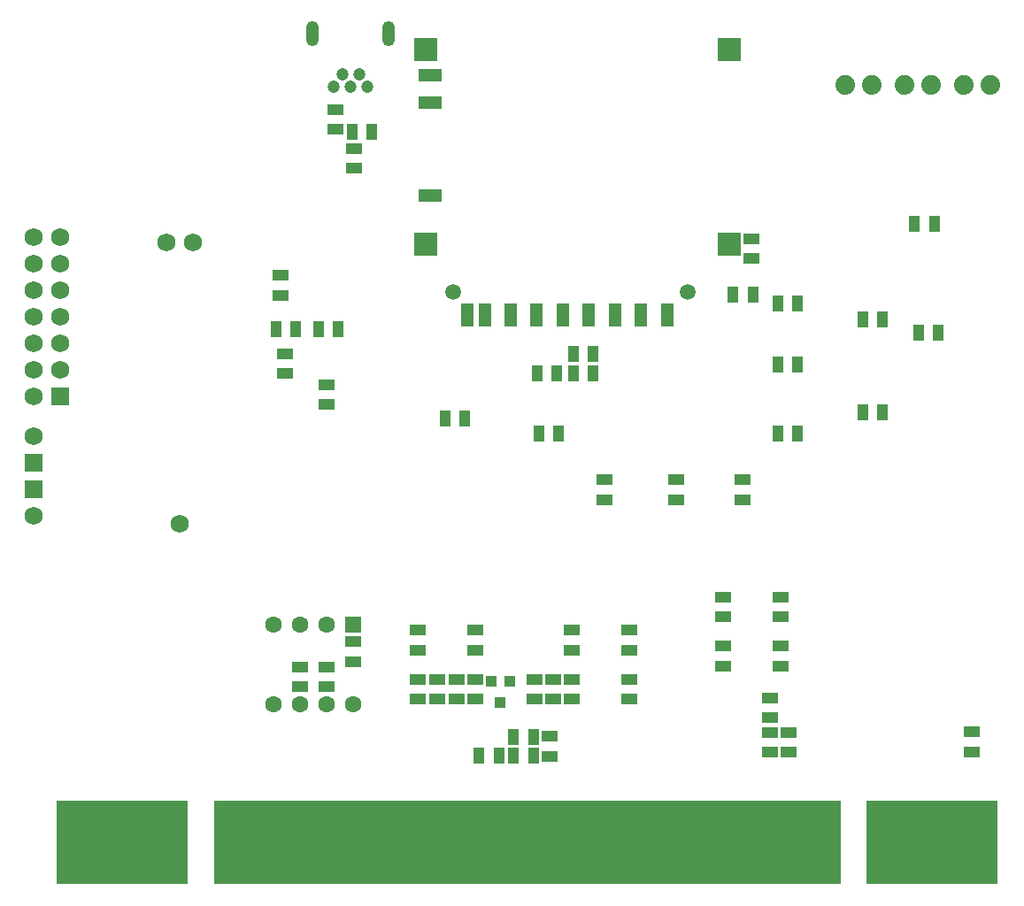
<source format=gbs>
G04 (created by PCBNEW-RS274X (2010-12-16 BZR 2663)-testing) date Thu 06 Jan 2011 05:59:49 PM CET*
G01*
G70*
G90*
%MOIN*%
G04 Gerber Fmt 3.4, Leading zero omitted, Abs format*
%FSLAX34Y34*%
G04 APERTURE LIST*
%ADD10C,0.008000*%
%ADD11R,0.068000X0.068000*%
%ADD12C,0.068000*%
%ADD13C,0.047400*%
%ADD14O,0.047400X0.094600*%
%ADD15R,0.043000X0.063000*%
%ADD16R,0.063000X0.043000*%
%ADD17C,0.059200*%
%ADD18R,0.051300X0.086700*%
%ADD19R,0.086700X0.086700*%
%ADD20R,0.086700X0.047400*%
%ADD21R,0.044000X0.044000*%
%ADD22R,0.063000X0.063000*%
%ADD23C,0.063000*%
%ADD24R,0.492900X0.315800*%
%ADD25R,2.363000X0.315800*%
%ADD26C,0.074000*%
G04 APERTURE END LIST*
G54D10*
G54D11*
X38500Y-38500D03*
G54D12*
X38500Y-37500D03*
G54D13*
X50135Y-23864D03*
X50450Y-24336D03*
X50765Y-23864D03*
X51080Y-24336D03*
X49820Y-24336D03*
G54D14*
X49013Y-22328D03*
X51887Y-22328D03*
G54D11*
X38500Y-39500D03*
G54D12*
X38500Y-40500D03*
X44000Y-40800D03*
X44500Y-30200D03*
X43500Y-30200D03*
G54D11*
X39516Y-35992D03*
G54D12*
X38516Y-35992D03*
X39516Y-34992D03*
X38516Y-34992D03*
X39516Y-33992D03*
X38516Y-33992D03*
X39516Y-32992D03*
X38516Y-32992D03*
X39516Y-31992D03*
X38516Y-31992D03*
X39516Y-30992D03*
X38516Y-30992D03*
X39516Y-29992D03*
X38516Y-29992D03*
G54D15*
X58838Y-34370D03*
X59588Y-34370D03*
X50500Y-26025D03*
X51250Y-26025D03*
X72575Y-33600D03*
X71825Y-33600D03*
X71675Y-29475D03*
X72425Y-29475D03*
G54D16*
X64475Y-46150D03*
X64475Y-45400D03*
X58775Y-47400D03*
X58775Y-46650D03*
X52975Y-47400D03*
X52975Y-46650D03*
X64475Y-43550D03*
X64475Y-44300D03*
X58775Y-44800D03*
X58775Y-45550D03*
X52975Y-44800D03*
X52975Y-45550D03*
X50550Y-45225D03*
X50550Y-45975D03*
G54D15*
X69725Y-33100D03*
X70475Y-33100D03*
X67275Y-34800D03*
X66525Y-34800D03*
G54D16*
X62700Y-39875D03*
X62700Y-39125D03*
G54D15*
X57460Y-35118D03*
X58210Y-35118D03*
G54D16*
X60000Y-39875D03*
X60000Y-39125D03*
X65200Y-39875D03*
X65200Y-39125D03*
G54D15*
X67275Y-37400D03*
X66525Y-37400D03*
X67275Y-32500D03*
X66525Y-32500D03*
G54D16*
X65550Y-30050D03*
X65550Y-30800D03*
G54D15*
X57525Y-37400D03*
X58275Y-37400D03*
G54D16*
X73825Y-48625D03*
X73825Y-49375D03*
G54D15*
X54750Y-36825D03*
X54000Y-36825D03*
X69725Y-36600D03*
X70475Y-36600D03*
X58838Y-35118D03*
X59588Y-35118D03*
X47625Y-33450D03*
X48375Y-33450D03*
G54D16*
X47800Y-31425D03*
X47800Y-32175D03*
G54D15*
X49975Y-33450D03*
X49225Y-33450D03*
G54D16*
X47975Y-35125D03*
X47975Y-34375D03*
X55125Y-44800D03*
X55125Y-45550D03*
X60925Y-44800D03*
X60925Y-45550D03*
X66625Y-43550D03*
X66625Y-44300D03*
X66625Y-46150D03*
X66625Y-45400D03*
X60925Y-47400D03*
X60925Y-46650D03*
X55125Y-47400D03*
X55125Y-46650D03*
G54D17*
X54314Y-32049D03*
X63133Y-32049D03*
G54D18*
X61391Y-32915D03*
X60407Y-32915D03*
X59422Y-32915D03*
X58438Y-32915D03*
X57454Y-32915D03*
X56470Y-32915D03*
X55515Y-32915D03*
X54845Y-32915D03*
X62375Y-32915D03*
G54D19*
X64708Y-30258D03*
X64708Y-22915D03*
X53290Y-30258D03*
X53290Y-22915D03*
G54D20*
X53448Y-28427D03*
X53448Y-24903D03*
X53448Y-23880D03*
G54D16*
X50575Y-26650D03*
X50575Y-27400D03*
X49875Y-25175D03*
X49875Y-25925D03*
G54D21*
X56425Y-46725D03*
X55725Y-46725D03*
X56075Y-47525D03*
G54D16*
X49525Y-36300D03*
X49525Y-35550D03*
G54D22*
X50550Y-44575D03*
G54D23*
X49550Y-44575D03*
X48550Y-44575D03*
X47550Y-44575D03*
X47550Y-47575D03*
X48550Y-47575D03*
X49550Y-47575D03*
X50550Y-47575D03*
G54D16*
X48550Y-46925D03*
X48550Y-46175D03*
X49550Y-46925D03*
X49550Y-46175D03*
X66925Y-48650D03*
X66925Y-49400D03*
X66225Y-48100D03*
X66225Y-47350D03*
G54D15*
X56025Y-49525D03*
X55275Y-49525D03*
X56575Y-49525D03*
X57325Y-49525D03*
G54D16*
X57950Y-48800D03*
X57950Y-49550D03*
X66225Y-49400D03*
X66225Y-48650D03*
X57375Y-47400D03*
X57375Y-46650D03*
X53700Y-47400D03*
X53700Y-46650D03*
G54D15*
X56575Y-48825D03*
X57325Y-48825D03*
G54D16*
X58075Y-47400D03*
X58075Y-46650D03*
X54425Y-47400D03*
X54425Y-46650D03*
G54D24*
X72356Y-52794D03*
X41844Y-52794D03*
G54D25*
X57100Y-52794D03*
G54D26*
X71300Y-24250D03*
X72300Y-24250D03*
X73525Y-24250D03*
X74525Y-24250D03*
X69075Y-24250D03*
X70075Y-24250D03*
G54D15*
X64850Y-32150D03*
X65600Y-32150D03*
M02*

</source>
